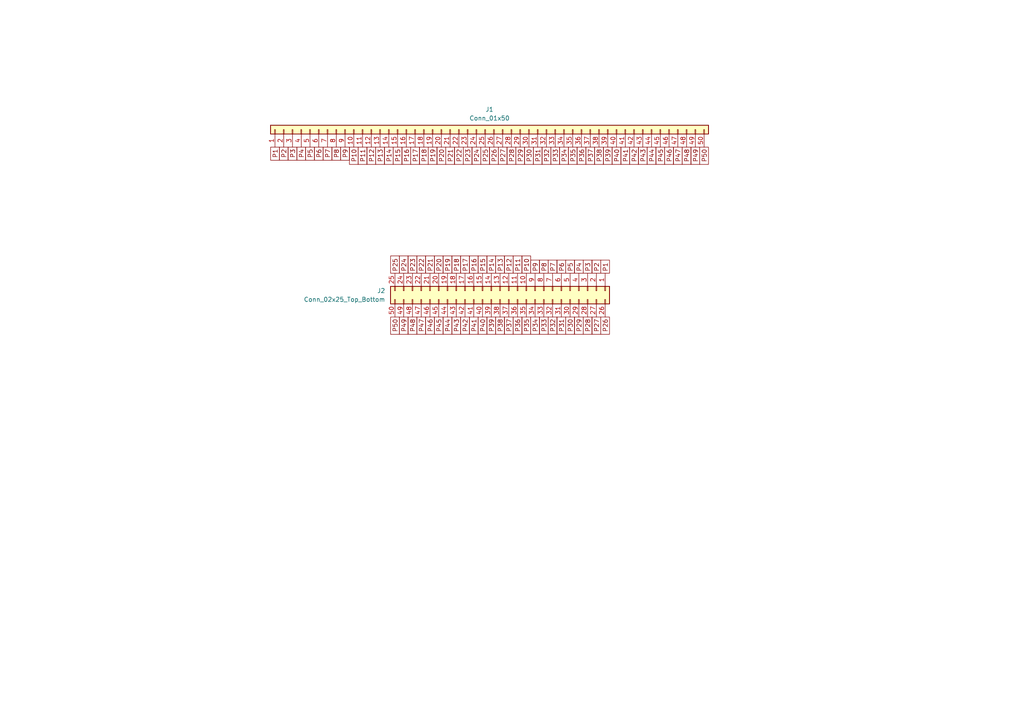
<source format=kicad_sch>
(kicad_sch (version 20230121) (generator eeschema)
  (paper "A4")
  (lib_symbols
    (symbol "Connector_Generic:Conn_01x50" (pin_names (offset 1.016) hide)
      (property "Reference" "J" (at 0 63.5 0))
      (property "Value" "Conn_01x50" (at 0 -66.04 0))
      (symbol "Conn_01x50_1_1"
        (rectangle (start -1.27 -63.373) (end 0 -63.627) (stroke (width 0.1524)))
        (rectangle (start -1.27 -60.833) (end 0 -61.087) (stroke (width 0.1524)))
        (rectangle (start -1.27 -58.293) (end 0 -58.547) (stroke (width 0.1524)))
        (rectangle (start -1.27 -55.753) (end 0 -56.007) (stroke (width 0.1524)))
        (rectangle (start -1.27 -53.213) (end 0 -53.467) (stroke (width 0.1524)))
        (rectangle (start -1.27 -50.673) (end 0 -50.927) (stroke (width 0.1524)))
        (rectangle (start -1.27 -48.133) (end 0 -48.387) (stroke (width 0.1524)))
        (rectangle (start -1.27 -45.593) (end 0 -45.847) (stroke (width 0.1524)))
        (rectangle (start -1.27 -43.053) (end 0 -43.307) (stroke (width 0.1524)))
        (rectangle (start -1.27 -40.513) (end 0 -40.767) (stroke (width 0.1524)))
        (rectangle (start -1.27 -37.973) (end 0 -38.227) (stroke (width 0.1524)))
        (rectangle (start -1.27 -35.433) (end 0 -35.687) (stroke (width 0.1524)))
        (rectangle (start -1.27 -32.893) (end 0 -33.147) (stroke (width 0.1524)))
        (rectangle (start -1.27 -30.353) (end 0 -30.607) (stroke (width 0.1524)))
        (rectangle (start -1.27 -27.813) (end 0 -28.067) (stroke (width 0.1524)))
        (rectangle (start -1.27 -25.273) (end 0 -25.527) (stroke (width 0.1524)))
        (rectangle (start -1.27 -22.733) (end 0 -22.987) (stroke (width 0.1524)))
        (rectangle (start -1.27 -20.193) (end 0 -20.447) (stroke (width 0.1524)))
        (rectangle (start -1.27 -17.653) (end 0 -17.907) (stroke (width 0.1524)))
        (rectangle (start -1.27 -15.113) (end 0 -15.367) (stroke (width 0.1524)))
        (rectangle (start -1.27 -12.573) (end 0 -12.827) (stroke (width 0.1524)))
        (rectangle (start -1.27 -10.033) (end 0 -10.287) (stroke (width 0.1524)))
        (rectangle (start -1.27 -7.493) (end 0 -7.747) (stroke (width 0.1524)))
        (rectangle (start -1.27 -4.953) (end 0 -5.207) (stroke (width 0.1524)))
        (rectangle (start -1.27 -2.413) (end 0 -2.667) (stroke (width 0.1524)))
        (rectangle (start -1.27 0.127) (end 0 -0.127) (stroke (width 0.1524)))
        (rectangle (start -1.27 2.667) (end 0 2.413) (stroke (width 0.1524)))
        (rectangle (start -1.27 5.207) (end 0 4.953) (stroke (width 0.1524)))
        (rectangle (start -1.27 7.747) (end 0 7.493) (stroke (width 0.1524)))
        (rectangle (start -1.27 10.287) (end 0 10.033) (stroke (width 0.1524)))
        (rectangle (start -1.27 12.827) (end 0 12.573) (stroke (width 0.1524)))
        (rectangle (start -1.27 15.367) (end 0 15.113) (stroke (width 0.1524)))
        (rectangle (start -1.27 17.907) (end 0 17.653) (stroke (width 0.1524)))
        (rectangle (start -1.27 20.447) (end 0 20.193) (stroke (width 0.1524)))
        (rectangle (start -1.27 22.987) (end 0 22.733) (stroke (width 0.1524)))
        (rectangle (start -1.27 25.527) (end 0 25.273) (stroke (width 0.1524)))
        (rectangle (start -1.27 28.067) (end 0 27.813) (stroke (width 0.1524)))
        (rectangle (start -1.27 30.607) (end 0 30.353) (stroke (width 0.1524)))
        (rectangle (start -1.27 33.147) (end 0 32.893) (stroke (width 0.1524)))
        (rectangle (start -1.27 35.687) (end 0 35.433) (stroke (width 0.1524)))
        (rectangle (start -1.27 38.227) (end 0 37.973) (stroke (width 0.1524)))
        (rectangle (start -1.27 40.767) (end 0 40.513) (stroke (width 0.1524)))
        (rectangle (start -1.27 43.307) (end 0 43.053) (stroke (width 0.1524)))
        (rectangle (start -1.27 45.847) (end 0 45.593) (stroke (width 0.1524)))
        (rectangle (start -1.27 48.387) (end 0 48.133) (stroke (width 0.1524)))
        (rectangle (start -1.27 50.927) (end 0 50.673) (stroke (width 0.1524)))
        (rectangle (start -1.27 53.467) (end 0 53.213) (stroke (width 0.1524)))
        (rectangle (start -1.27 56.007) (end 0 55.753) (stroke (width 0.1524)))
        (rectangle (start -1.27 58.547) (end 0 58.293) (stroke (width 0.1524)))
        (rectangle (start -1.27 61.087) (end 0 60.833) (stroke (width 0.1524)))
        (rectangle (start -1.27 62.23) (end 1.27 -64.77) (stroke (width 0.254)) (fill (type background)))
        (pin passive line (at -5.08 60.96 0) (length 3.81) (name "Pin_1") (number "1"))
        (pin passive line (at -5.08 38.1 0) (length 3.81) (name "Pin_10") (number "10"))
        (pin passive line (at -5.08 35.56 0) (length 3.81) (name "Pin_11") (number "11"))
        (pin passive line (at -5.08 33.02 0) (length 3.81) (name "Pin_12") (number "12"))
        (pin passive line (at -5.08 30.48 0) (length 3.81) (name "Pin_13") (number "13"))
        (pin passive line (at -5.08 27.94 0) (length 3.81) (name "Pin_14") (number "14"))
        (pin passive line (at -5.08 25.4 0) (length 3.81) (name "Pin_15") (number "15"))
        (pin passive line (at -5.08 22.86 0) (length 3.81) (name "Pin_16") (number "16"))
        (pin passive line (at -5.08 20.32 0) (length 3.81) (name "Pin_17") (number "17"))
        (pin passive line (at -5.08 17.78 0) (length 3.81) (name "Pin_18") (number "18"))
        (pin passive line (at -5.08 15.24 0) (length 3.81) (name "Pin_19") (number "19"))
        (pin passive line (at -5.08 58.42 0) (length 3.81) (name "Pin_2") (number "2"))
        (pin passive line (at -5.08 12.7 0) (length 3.81) (name "Pin_20") (number "20"))
        (pin passive line (at -5.08 10.16 0) (length 3.81) (name "Pin_21") (number "21"))
        (pin passive line (at -5.08 7.62 0) (length 3.81) (name "Pin_22") (number "22"))
        (pin passive line (at -5.08 5.08 0) (length 3.81) (name "Pin_23") (number "23"))
        (pin passive line (at -5.08 2.54 0) (length 3.81) (name "Pin_24") (number "24"))
        (pin passive line (at -5.08 0 0) (length 3.81) (name "Pin_25") (number "25"))
        (pin passive line (at -5.08 -2.54 0) (length 3.81) (name "Pin_26") (number "26"))
        (pin passive line (at -5.08 -5.08 0) (length 3.81) (name "Pin_27") (number "27"))
        (pin passive line (at -5.08 -7.62 0) (length 3.81) (name "Pin_28") (number "28"))
        (pin passive line (at -5.08 -10.16 0) (length 3.81) (name "Pin_29") (number "29"))
        (pin passive line (at -5.08 55.88 0) (length 3.81) (name "Pin_3") (number "3"))
        (pin passive line (at -5.08 -12.7 0) (length 3.81) (name "Pin_30") (number "30"))
        (pin passive line (at -5.08 -15.24 0) (length 3.81) (name "Pin_31") (number "31"))
        (pin passive line (at -5.08 -17.78 0) (length 3.81) (name "Pin_32") (number "32"))
        (pin passive line (at -5.08 -20.32 0) (length 3.81) (name "Pin_33") (number "33"))
        (pin passive line (at -5.08 -22.86 0) (length 3.81) (name "Pin_34") (number "34"))
        (pin passive line (at -5.08 -25.4 0) (length 3.81) (name "Pin_35") (number "35"))
        (pin passive line (at -5.08 -27.94 0) (length 3.81) (name "Pin_36") (number "36"))
        (pin passive line (at -5.08 -30.48 0) (length 3.81) (name "Pin_37") (number "37"))
        (pin passive line (at -5.08 -33.02 0) (length 3.81) (name "Pin_38") (number "38"))
        (pin passive line (at -5.08 -35.56 0) (length 3.81) (name "Pin_39") (number "39"))
        (pin passive line (at -5.08 53.34 0) (length 3.81) (name "Pin_4") (number "4"))
        (pin passive line (at -5.08 -38.1 0) (length 3.81) (name "Pin_40") (number "40"))
        (pin passive line (at -5.08 -40.64 0) (length 3.81) (name "Pin_41") (number "41"))
        (pin passive line (at -5.08 -43.18 0) (length 3.81) (name "Pin_42") (number "42"))
        (pin passive line (at -5.08 -45.72 0) (length 3.81) (name "Pin_43") (number "43"))
        (pin passive line (at -5.08 -48.26 0) (length 3.81) (name "Pin_44") (number "44"))
        (pin passive line (at -5.08 -50.8 0) (length 3.81) (name "Pin_45") (number "45"))
        (pin passive line (at -5.08 -53.34 0) (length 3.81) (name "Pin_46") (number "46"))
        (pin passive line (at -5.08 -55.88 0) (length 3.81) (name "Pin_47") (number "47"))
        (pin passive line (at -5.08 -58.42 0) (length 3.81) (name "Pin_48") (number "48"))
        (pin passive line (at -5.08 -60.96 0) (length 3.81) (name "Pin_49") (number "49"))
        (pin passive line (at -5.08 50.8 0) (length 3.81) (name "Pin_5") (number "5"))
        (pin passive line (at -5.08 -63.5 0) (length 3.81) (name "Pin_50") (number "50"))
        (pin passive line (at -5.08 48.26 0) (length 3.81) (name "Pin_6") (number "6"))
        (pin passive line (at -5.08 45.72 0) (length 3.81) (name "Pin_7") (number "7"))
        (pin passive line (at -5.08 43.18 0) (length 3.81) (name "Pin_8") (number "8"))
        (pin passive line (at -5.08 40.64 0) (length 3.81) (name "Pin_9") (number "9"))
      )
    )
    (symbol "Connector_Generic:Conn_02x25_Top_Bottom" (pin_names (offset 1.016) hide)
      (property "Reference" "J" (at 1.27 33.02 0))
      (property "Value" "Conn_02x25_Top_Bottom" (at 1.27 -33.02 0))
      (symbol "Conn_02x25_Top_Bottom_1_1"
        (rectangle (start -1.27 -30.353) (end 0 -30.607) (stroke (width 0.1524)))
        (rectangle (start -1.27 -27.813) (end 0 -28.067) (stroke (width 0.1524)))
        (rectangle (start -1.27 -25.273) (end 0 -25.527) (stroke (width 0.1524)))
        (rectangle (start -1.27 -22.733) (end 0 -22.987) (stroke (width 0.1524)))
        (rectangle (start -1.27 -20.193) (end 0 -20.447) (stroke (width 0.1524)))
        (rectangle (start -1.27 -17.653) (end 0 -17.907) (stroke (width 0.1524)))
        (rectangle (start -1.27 -15.113) (end 0 -15.367) (stroke (width 0.1524)))
        (rectangle (start -1.27 -12.573) (end 0 -12.827) (stroke (width 0.1524)))
        (rectangle (start -1.27 -10.033) (end 0 -10.287) (stroke (width 0.1524)))
        (rectangle (start -1.27 -7.493) (end 0 -7.747) (stroke (width 0.1524)))
        (rectangle (start -1.27 -4.953) (end 0 -5.207) (stroke (width 0.1524)))
        (rectangle (start -1.27 -2.413) (end 0 -2.667) (stroke (width 0.1524)))
        (rectangle (start -1.27 0.127) (end 0 -0.127) (stroke (width 0.1524)))
        (rectangle (start -1.27 2.667) (end 0 2.413) (stroke (width 0.1524)))
        (rectangle (start -1.27 5.207) (end 0 4.953) (stroke (width 0.1524)))
        (rectangle (start -1.27 7.747) (end 0 7.493) (stroke (width 0.1524)))
        (rectangle (start -1.27 10.287) (end 0 10.033) (stroke (width 0.1524)))
        (rectangle (start -1.27 12.827) (end 0 12.573) (stroke (width 0.1524)))
        (rectangle (start -1.27 15.367) (end 0 15.113) (stroke (width 0.1524)))
        (rectangle (start -1.27 17.907) (end 0 17.653) (stroke (width 0.1524)))
        (rectangle (start -1.27 20.447) (end 0 20.193) (stroke (width 0.1524)))
        (rectangle (start -1.27 22.987) (end 0 22.733) (stroke (width 0.1524)))
        (rectangle (start -1.27 25.527) (end 0 25.273) (stroke (width 0.1524)))
        (rectangle (start -1.27 28.067) (end 0 27.813) (stroke (width 0.1524)))
        (rectangle (start -1.27 30.607) (end 0 30.353) (stroke (width 0.1524)))
        (rectangle (start -1.27 31.75) (end 3.81 -31.75) (stroke (width 0.254)) (fill (type background)))
        (rectangle (start 3.81 -30.353) (end 2.54 -30.607) (stroke (width 0.1524)))
        (rectangle (start 3.81 -27.813) (end 2.54 -28.067) (stroke (width 0.1524)))
        (rectangle (start 3.81 -25.273) (end 2.54 -25.527) (stroke (width 0.1524)))
        (rectangle (start 3.81 -22.733) (end 2.54 -22.987) (stroke (width 0.1524)))
        (rectangle (start 3.81 -20.193) (end 2.54 -20.447) (stroke (width 0.1524)))
        (rectangle (start 3.81 -17.653) (end 2.54 -17.907) (stroke (width 0.1524)))
        (rectangle (start 3.81 -15.113) (end 2.54 -15.367) (stroke (width 0.1524)))
        (rectangle (start 3.81 -12.573) (end 2.54 -12.827) (stroke (width 0.1524)))
        (rectangle (start 3.81 -10.033) (end 2.54 -10.287) (stroke (width 0.1524)))
        (rectangle (start 3.81 -7.493) (end 2.54 -7.747) (stroke (width 0.1524)))
        (rectangle (start 3.81 -4.953) (end 2.54 -5.207) (stroke (width 0.1524)))
        (rectangle (start 3.81 -2.413) (end 2.54 -2.667) (stroke (width 0.1524)))
        (rectangle (start 3.81 0.127) (end 2.54 -0.127) (stroke (width 0.1524)))
        (rectangle (start 3.81 2.667) (end 2.54 2.413) (stroke (width 0.1524)))
        (rectangle (start 3.81 5.207) (end 2.54 4.953) (stroke (width 0.1524)))
        (rectangle (start 3.81 7.747) (end 2.54 7.493) (stroke (width 0.1524)))
        (rectangle (start 3.81 10.287) (end 2.54 10.033) (stroke (width 0.1524)))
        (rectangle (start 3.81 12.827) (end 2.54 12.573) (stroke (width 0.1524)))
        (rectangle (start 3.81 15.367) (end 2.54 15.113) (stroke (width 0.1524)))
        (rectangle (start 3.81 17.907) (end 2.54 17.653) (stroke (width 0.1524)))
        (rectangle (start 3.81 20.447) (end 2.54 20.193) (stroke (width 0.1524)))
        (rectangle (start 3.81 22.987) (end 2.54 22.733) (stroke (width 0.1524)))
        (rectangle (start 3.81 25.527) (end 2.54 25.273) (stroke (width 0.1524)))
        (rectangle (start 3.81 28.067) (end 2.54 27.813) (stroke (width 0.1524)))
        (rectangle (start 3.81 30.607) (end 2.54 30.353) (stroke (width 0.1524)))
        (pin passive line (at -5.08 30.48 0) (length 3.81) (name "Pin_1") (number "1"))
        (pin passive line (at -5.08 7.62 0) (length 3.81) (name "Pin_10") (number "10"))
        (pin passive line (at -5.08 5.08 0) (length 3.81) (name "Pin_11") (number "11"))
        (pin passive line (at -5.08 2.54 0) (length 3.81) (name "Pin_12") (number "12"))
        (pin passive line (at -5.08 0 0) (length 3.81) (name "Pin_13") (number "13"))
        (pin passive line (at -5.08 -2.54 0) (length 3.81) (name "Pin_14") (number "14"))
        (pin passive line (at -5.08 -5.08 0) (length 3.81) (name "Pin_15") (number "15"))
        (pin passive line (at -5.08 -7.62 0) (length 3.81) (name "Pin_16") (number "16"))
        (pin passive line (at -5.08 -10.16 0) (length 3.81) (name "Pin_17") (number "17"))
        (pin passive line (at -5.08 -12.7 0) (length 3.81) (name "Pin_18") (number "18"))
        (pin passive line (at -5.08 -15.24 0) (length 3.81) (name "Pin_19") (number "19"))
        (pin passive line (at -5.08 27.94 0) (length 3.81) (name "Pin_2") (number "2"))
        (pin passive line (at -5.08 -17.78 0) (length 3.81) (name "Pin_20") (number "20"))
        (pin passive line (at -5.08 -20.32 0) (length 3.81) (name "Pin_21") (number "21"))
        (pin passive line (at -5.08 -22.86 0) (length 3.81) (name "Pin_22") (number "22"))
        (pin passive line (at -5.08 -25.4 0) (length 3.81) (name "Pin_23") (number "23"))
        (pin passive line (at -5.08 -27.94 0) (length 3.81) (name "Pin_24") (number "24"))
        (pin passive line (at -5.08 -30.48 0) (length 3.81) (name "Pin_25") (number "25"))
        (pin passive line (at 7.62 30.48 180) (length 3.81) (name "Pin_26") (number "26"))
        (pin passive line (at 7.62 27.94 180) (length 3.81) (name "Pin_27") (number "27"))
        (pin passive line (at 7.62 25.4 180) (length 3.81) (name "Pin_28") (number "28"))
        (pin passive line (at 7.62 22.86 180) (length 3.81) (name "Pin_29") (number "29"))
        (pin passive line (at -5.08 25.4 0) (length 3.81) (name "Pin_3") (number "3"))
        (pin passive line (at 7.62 20.32 180) (length 3.81) (name "Pin_30") (number "30"))
        (pin passive line (at 7.62 17.78 180) (length 3.81) (name "Pin_31") (number "31"))
        (pin passive line (at 7.62 15.24 180) (length 3.81) (name "Pin_32") (number "32"))
        (pin passive line (at 7.62 12.7 180) (length 3.81) (name "Pin_33") (number "33"))
        (pin passive line (at 7.62 10.16 180) (length 3.81) (name "Pin_34") (number "34"))
        (pin passive line (at 7.62 7.62 180) (length 3.81) (name "Pin_35") (number "35"))
        (pin passive line (at 7.62 5.08 180) (length 3.81) (name "Pin_36") (number "36"))
        (pin passive line (at 7.62 2.54 180) (length 3.81) (name "Pin_37") (number "37"))
        (pin passive line (at 7.62 0 180) (length 3.81) (name "Pin_38") (number "38"))
        (pin passive line (at 7.62 -2.54 180) (length 3.81) (name "Pin_39") (number "39"))
        (pin passive line (at -5.08 22.86 0) (length 3.81) (name "Pin_4") (number "4"))
        (pin passive line (at 7.62 -5.08 180) (length 3.81) (name "Pin_40") (number "40"))
        (pin passive line (at 7.62 -7.62 180) (length 3.81) (name "Pin_41") (number "41"))
        (pin passive line (at 7.62 -10.16 180) (length 3.81) (name "Pin_42") (number "42"))
        (pin passive line (at 7.62 -12.7 180) (length 3.81) (name "Pin_43") (number "43"))
        (pin passive line (at 7.62 -15.24 180) (length 3.81) (name "Pin_44") (number "44"))
        (pin passive line (at 7.62 -17.78 180) (length 3.81) (name "Pin_45") (number "45"))
        (pin passive line (at 7.62 -20.32 180) (length 3.81) (name "Pin_46") (number "46"))
        (pin passive line (at 7.62 -22.86 180) (length 3.81) (name "Pin_47") (number "47"))
        (pin passive line (at 7.62 -25.4 180) (length 3.81) (name "Pin_48") (number "48"))
        (pin passive line (at 7.62 -27.94 180) (length 3.81) (name "Pin_49") (number "49"))
        (pin passive line (at -5.08 20.32 0) (length 3.81) (name "Pin_5") (number "5"))
        (pin passive line (at 7.62 -30.48 180) (length 3.81) (name "Pin_50") (number "50"))
        (pin passive line (at -5.08 17.78 0) (length 3.81) (name "Pin_6") (number "6"))
        (pin passive line (at -5.08 15.24 0) (length 3.81) (name "Pin_7") (number "7"))
        (pin passive line (at -5.08 12.7 0) (length 3.81) (name "Pin_8") (number "8"))
        (pin passive line (at -5.08 10.16 0) (length 3.81) (name "Pin_9") (number "9"))
      )
    )
  )
  (global_label "P5" (shape passive) (at 165.354 79.248 90) (property "Intersheetrefs" "${INTERSHEET_REFS}" (effects hide)))
  (global_label "P31" (shape passive) (at 162.814 91.948 270) (property "Intersheetrefs" "${INTERSHEET_REFS}" (effects hide)))
  (global_label "P45" (shape passive) (at 191.516 42.672 270) (property "Intersheetrefs" "${INTERSHEET_REFS}" (effects hide)))
  (global_label "P42" (shape passive) (at 183.896 42.672 270) (property "Intersheetrefs" "${INTERSHEET_REFS}" (effects hide)))
  (global_label "P30" (shape passive) (at 153.416 42.672 270) (property "Intersheetrefs" "${INTERSHEET_REFS}" (effects hide)))
  (global_label "P46" (shape passive) (at 124.714 91.948 270) (property "Intersheetrefs" "${INTERSHEET_REFS}" (effects hide)))
  (global_label "P49" (shape passive) (at 201.676 42.672 270) (property "Intersheetrefs" "${INTERSHEET_REFS}" (effects hide)))
  (global_label "P43" (shape passive) (at 132.334 91.948 270) (property "Intersheetrefs" "${INTERSHEET_REFS}" (effects hide)))
  (global_label "P39" (shape passive) (at 142.494 91.948 270) (property "Intersheetrefs" "${INTERSHEET_REFS}" (effects hide)))
  (global_label "P26" (shape passive) (at 143.256 42.672 270) (property "Intersheetrefs" "${INTERSHEET_REFS}" (effects hide)))
  (global_label "P48" (shape passive) (at 199.136 42.672 270) (property "Intersheetrefs" "${INTERSHEET_REFS}" (effects hide)))
  (global_label "P36" (shape passive) (at 168.656 42.672 270) (property "Intersheetrefs" "${INTERSHEET_REFS}" (effects hide)))
  (global_label "P42" (shape passive) (at 134.874 91.948 270) (property "Intersheetrefs" "${INTERSHEET_REFS}" (effects hide)))
  (global_label "P1" (shape passive) (at 175.514 79.248 90) (property "Intersheetrefs" "${INTERSHEET_REFS}" (effects hide)))
  (global_label "P23" (shape passive) (at 119.634 79.248 90) (property "Intersheetrefs" "${INTERSHEET_REFS}" (effects hide)))
  (global_label "P37" (shape passive) (at 171.196 42.672 270) (property "Intersheetrefs" "${INTERSHEET_REFS}" (effects hide)))
  (global_label "P1" (shape passive) (at 79.756 42.672 270) (property "Intersheetrefs" "${INTERSHEET_REFS}" (effects hide)))
  (global_label "P26" (shape passive) (at 175.514 91.948 270) (property "Intersheetrefs" "${INTERSHEET_REFS}" (effects hide)))
  (global_label "P10" (shape passive) (at 152.654 79.248 90) (property "Intersheetrefs" "${INTERSHEET_REFS}" (effects hide)))
  (global_label "P30" (shape passive) (at 165.354 91.948 270) (property "Intersheetrefs" "${INTERSHEET_REFS}" (effects hide)))
  (global_label "P22" (shape passive) (at 122.174 79.248 90) (property "Intersheetrefs" "${INTERSHEET_REFS}" (effects hide)))
  (global_label "P9" (shape passive) (at 100.076 42.672 270) (property "Intersheetrefs" "${INTERSHEET_REFS}" (effects hide)))
  (global_label "P7" (shape passive) (at 160.274 79.248 90) (property "Intersheetrefs" "${INTERSHEET_REFS}" (effects hide)))
  (global_label "P9" (shape passive) (at 155.194 79.248 90) (property "Intersheetrefs" "${INTERSHEET_REFS}" (effects hide)))
  (global_label "P21" (shape passive) (at 124.714 79.248 90) (property "Intersheetrefs" "${INTERSHEET_REFS}" (effects hide)))
  (global_label "P31" (shape passive) (at 155.956 42.672 270) (property "Intersheetrefs" "${INTERSHEET_REFS}" (effects hide)))
  (global_label "P32" (shape passive) (at 160.274 91.948 270) (property "Intersheetrefs" "${INTERSHEET_REFS}" (effects hide)))
  (global_label "P11" (shape passive) (at 150.114 79.248 90) (property "Intersheetrefs" "${INTERSHEET_REFS}" (effects hide)))
  (global_label "P4" (shape passive) (at 167.894 79.248 90) (property "Intersheetrefs" "${INTERSHEET_REFS}" (effects hide)))
  (global_label "P44" (shape passive) (at 188.976 42.672 270) (property "Intersheetrefs" "${INTERSHEET_REFS}" (effects hide)))
  (global_label "P45" (shape passive) (at 127.254 91.948 270) (property "Intersheetrefs" "${INTERSHEET_REFS}" (effects hide)))
  (global_label "P47" (shape passive) (at 122.174 91.948 270) (property "Intersheetrefs" "${INTERSHEET_REFS}" (effects hide)))
  (global_label "P36" (shape passive) (at 150.114 91.948 270) (property "Intersheetrefs" "${INTERSHEET_REFS}" (effects hide)))
  (global_label "P7" (shape passive) (at 94.996 42.672 270) (property "Intersheetrefs" "${INTERSHEET_REFS}" (effects hide)))
  (global_label "P33" (shape passive) (at 161.036 42.672 270) (property "Intersheetrefs" "${INTERSHEET_REFS}" (effects hide)))
  (global_label "P19" (shape passive) (at 125.476 42.672 270) (property "Intersheetrefs" "${INTERSHEET_REFS}" (effects hide)))
  (global_label "P24" (shape passive) (at 138.176 42.672 270) (property "Intersheetrefs" "${INTERSHEET_REFS}" (effects hide)))
  (global_label "P41" (shape passive) (at 181.356 42.672 270) (property "Intersheetrefs" "${INTERSHEET_REFS}" (effects hide)))
  (global_label "P13" (shape passive) (at 110.236 42.672 270) (property "Intersheetrefs" "${INTERSHEET_REFS}" (effects hide)))
  (global_label "P41" (shape passive) (at 137.414 91.948 270) (property "Intersheetrefs" "${INTERSHEET_REFS}" (effects hide)))
  (global_label "P50" (shape passive) (at 204.216 42.672 270) (property "Intersheetrefs" "${INTERSHEET_REFS}" (effects hide)))
  (global_label "P15" (shape passive) (at 139.954 79.248 90) (property "Intersheetrefs" "${INTERSHEET_REFS}" (effects hide)))
  (global_label "P15" (shape passive) (at 115.316 42.672 270) (property "Intersheetrefs" "${INTERSHEET_REFS}" (effects hide)))
  (global_label "P8" (shape passive) (at 157.734 79.248 90) (property "Intersheetrefs" "${INTERSHEET_REFS}" (effects hide)))
  (global_label "P40" (shape passive) (at 139.954 91.948 270) (property "Intersheetrefs" "${INTERSHEET_REFS}" (effects hide)))
  (global_label "P17" (shape passive) (at 120.396 42.672 270) (property "Intersheetrefs" "${INTERSHEET_REFS}" (effects hide)))
  (global_label "P17" (shape passive) (at 134.874 79.248 90) (property "Intersheetrefs" "${INTERSHEET_REFS}" (effects hide)))
  (global_label "P40" (shape passive) (at 178.816 42.672 270) (property "Intersheetrefs" "${INTERSHEET_REFS}" (effects hide)))
  (global_label "P20" (shape passive) (at 128.016 42.672 270) (property "Intersheetrefs" "${INTERSHEET_REFS}" (effects hide)))
  (global_label "P27" (shape passive) (at 172.974 91.948 270) (property "Intersheetrefs" "${INTERSHEET_REFS}" (effects hide)))
  (global_label "P20" (shape passive) (at 127.254 79.248 90) (property "Intersheetrefs" "${INTERSHEET_REFS}" (effects hide)))
  (global_label "P35" (shape passive) (at 152.654 91.948 270) (property "Intersheetrefs" "${INTERSHEET_REFS}" (effects hide)))
  (global_label "P16" (shape passive) (at 137.414 79.248 90) (property "Intersheetrefs" "${INTERSHEET_REFS}" (effects hide)))
  (global_label "P34" (shape passive) (at 163.576 42.672 270) (property "Intersheetrefs" "${INTERSHEET_REFS}" (effects hide)))
  (global_label "P28" (shape passive) (at 148.336 42.672 270) (property "Intersheetrefs" "${INTERSHEET_REFS}" (effects hide)))
  (global_label "P2" (shape passive) (at 82.296 42.672 270) (property "Intersheetrefs" "${INTERSHEET_REFS}" (effects hide)))
  (global_label "P11" (shape passive) (at 105.156 42.672 270) (property "Intersheetrefs" "${INTERSHEET_REFS}" (effects hide)))
  (global_label "P10" (shape passive) (at 102.616 42.672 270) (property "Intersheetrefs" "${INTERSHEET_REFS}" (effects hide)))
  (global_label "P13" (shape passive) (at 145.034 79.248 90) (property "Intersheetrefs" "${INTERSHEET_REFS}" (effects hide)))
  (global_label "P47" (shape passive) (at 196.596 42.672 270) (property "Intersheetrefs" "${INTERSHEET_REFS}" (effects hide)))
  (global_label "P35" (shape passive) (at 166.116 42.672 270) (property "Intersheetrefs" "${INTERSHEET_REFS}" (effects hide)))
  (global_label "P28" (shape passive) (at 170.434 91.948 270) (property "Intersheetrefs" "${INTERSHEET_REFS}" (effects hide)))
  (global_label "P27" (shape passive) (at 145.796 42.672 270) (property "Intersheetrefs" "${INTERSHEET_REFS}" (effects hide)))
  (global_label "P12" (shape passive) (at 147.574 79.248 90) (property "Intersheetrefs" "${INTERSHEET_REFS}" (effects hide)))
  (global_label "P24" (shape passive) (at 117.094 79.248 90) (property "Intersheetrefs" "${INTERSHEET_REFS}" (effects hide)))
  (global_label "P5" (shape passive) (at 89.916 42.672 270) (property "Intersheetrefs" "${INTERSHEET_REFS}" (effects hide)))
  (global_label "P6" (shape passive) (at 92.456 42.672 270) (property "Intersheetrefs" "${INTERSHEET_REFS}" (effects hide)))
  (global_label "P12" (shape passive) (at 107.696 42.672 270) (property "Intersheetrefs" "${INTERSHEET_REFS}" (effects hide)))
  (global_label "P3" (shape passive) (at 84.836 42.672 270) (property "Intersheetrefs" "${INTERSHEET_REFS}" (effects hide)))
  (global_label "P6" (shape passive) (at 162.814 79.248 90) (property "Intersheetrefs" "${INTERSHEET_REFS}" (effects hide)))
  (global_label "P46" (shape passive) (at 194.056 42.672 270) (property "Intersheetrefs" "${INTERSHEET_REFS}" (effects hide)))
  (global_label "P4" (shape passive) (at 87.376 42.672 270) (property "Intersheetrefs" "${INTERSHEET_REFS}" (effects hide)))
  (global_label "P25" (shape passive) (at 140.716 42.672 270) (property "Intersheetrefs" "${INTERSHEET_REFS}" (effects hide)))
  (global_label "P22" (shape passive) (at 133.096 42.672 270) (property "Intersheetrefs" "${INTERSHEET_REFS}" (effects hide)))
  (global_label "P2" (shape passive) (at 172.974 79.248 90) (property "Intersheetrefs" "${INTERSHEET_REFS}" (effects hide)))
  (global_label "P3" (shape passive) (at 170.434 79.248 90) (property "Intersheetrefs" "${INTERSHEET_REFS}" (effects hide)))
  (global_label "P29" (shape passive) (at 167.894 91.948 270) (property "Intersheetrefs" "${INTERSHEET_REFS}" (effects hide)))
  (global_label "P25" (shape passive) (at 114.554 79.248 90) (property "Intersheetrefs" "${INTERSHEET_REFS}" (effects hide)))
  (global_label "P29" (shape passive) (at 150.876 42.672 270) (property "Intersheetrefs" "${INTERSHEET_REFS}" (effects hide)))
  (global_label "P44" (shape passive) (at 129.794 91.948 270) (property "Intersheetrefs" "${INTERSHEET_REFS}" (effects hide)))
  (global_label "P23" (shape passive) (at 135.636 42.672 270) (property "Intersheetrefs" "${INTERSHEET_REFS}" (effects hide)))
  (global_label "P39" (shape passive) (at 176.276 42.672 270) (property "Intersheetrefs" "${INTERSHEET_REFS}" (effects hide)))
  (global_label "P50" (shape passive) (at 114.554 91.948 270) (property "Intersheetrefs" "${INTERSHEET_REFS}" (effects hide)))
  (global_label "P37" (shape passive) (at 147.574 91.948 270) (property "Intersheetrefs" "${INTERSHEET_REFS}" (effects hide)))
  (global_label "P21" (shape passive) (at 130.556 42.672 270) (property "Intersheetrefs" "${INTERSHEET_REFS}" (effects hide)))
  (global_label "P33" (shape passive) (at 157.734 91.948 270) (property "Intersheetrefs" "${INTERSHEET_REFS}" (effects hide)))
  (global_label "P14" (shape passive) (at 112.776 42.672 270) (property "Intersheetrefs" "${INTERSHEET_REFS}" (effects hide)))
  (global_label "P14" (shape passive) (at 142.494 79.248 90) (property "Intersheetrefs" "${INTERSHEET_REFS}" (effects hide)))
  (global_label "P43" (shape passive) (at 186.436 42.672 270) (property "Intersheetrefs" "${INTERSHEET_REFS}" (effects hide)))
  (global_label "P16" (shape passive) (at 117.856 42.672 270) (property "Intersheetrefs" "${INTERSHEET_REFS}" (effects hide)))
  (global_label "P49" (shape passive) (at 117.094 91.948 270) (property "Intersheetrefs" "${INTERSHEET_REFS}" (effects hide)))
  (global_label "P38" (shape passive) (at 145.034 91.948 270) (property "Intersheetrefs" "${INTERSHEET_REFS}" (effects hide)))
  (global_label "P32" (shape passive) (at 158.496 42.672 270) (property "Intersheetrefs" "${INTERSHEET_REFS}" (effects hide)))
  (global_label "P38" (shape passive) (at 173.736 42.672 270) (property "Intersheetrefs" "${INTERSHEET_REFS}" (effects hide)))
  (global_label "P48" (shape passive) (at 119.634 91.948 270) (property "Intersheetrefs" "${INTERSHEET_REFS}" (effects hide)))
  (global_label "P18" (shape passive) (at 122.936 42.672 270) (property "Intersheetrefs" "${INTERSHEET_REFS}" (effects hide)))
  (global_label "P19" (shape passive) (at 129.794 79.248 90) (property "Intersheetrefs" "${INTERSHEET_REFS}" (effects hide)))
  (global_label "P18" (shape passive) (at 132.334 79.248 90) (property "Intersheetrefs" "${INTERSHEET_REFS}" (effects hide)))
  (global_label "P8" (shape passive) (at 97.536 42.672 270) (property "Intersheetrefs" "${INTERSHEET_REFS}" (effects hide)))
  (global_label "P34" (shape passive) (at 155.194 91.948 270) (property "Intersheetrefs" "${INTERSHEET_REFS}" (effects hide)))
  (symbol (lib_id "Connector_Generic:Conn_02x25_Top_Bottom") (at 145.034 84.328 270) (unit 1)
    (property "Reference" "J2" (at 111.76 84.328 90) (effects (justify right)))
    (property "Value" "Conn_02x25_Top_Bottom" (at 111.76 86.868 90) (effects (justify right)))
    (property "Footprint" "CFCard:CF-Card_3M_N7E50-7516xx_short" (effects hide))
  )
  (symbol (lib_id "Connector_Generic:Conn_01x50") (at 140.716 37.592 90) (unit 1)
    (property "Reference" "J1" (at 141.986 31.75 90))
    (property "Value" "Conn_01x50" (at 141.986 34.29 90))
    (property "Footprint" "CFCard:bodge" (effects hide))
  )
)
</source>
